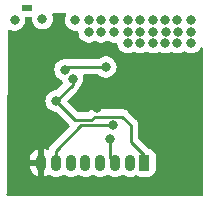
<source format=gbr>
%TF.GenerationSoftware,KiCad,Pcbnew,7.0.2*%
%TF.CreationDate,2024-08-09T14:52:10-04:00*%
%TF.ProjectId,NewPCB,4e657750-4342-42e6-9b69-6361645f7063,rev?*%
%TF.SameCoordinates,Original*%
%TF.FileFunction,Copper,L2,Bot*%
%TF.FilePolarity,Positive*%
%FSLAX46Y46*%
G04 Gerber Fmt 4.6, Leading zero omitted, Abs format (unit mm)*
G04 Created by KiCad (PCBNEW 7.0.2) date 2024-08-09 14:52:10*
%MOMM*%
%LPD*%
G01*
G04 APERTURE LIST*
G04 Aperture macros list*
%AMRoundRect*
0 Rectangle with rounded corners*
0 $1 Rounding radius*
0 $2 $3 $4 $5 $6 $7 $8 $9 X,Y pos of 4 corners*
0 Add a 4 corners polygon primitive as box body*
4,1,4,$2,$3,$4,$5,$6,$7,$8,$9,$2,$3,0*
0 Add four circle primitives for the rounded corners*
1,1,$1+$1,$2,$3*
1,1,$1+$1,$4,$5*
1,1,$1+$1,$6,$7*
1,1,$1+$1,$8,$9*
0 Add four rect primitives between the rounded corners*
20,1,$1+$1,$2,$3,$4,$5,0*
20,1,$1+$1,$4,$5,$6,$7,0*
20,1,$1+$1,$6,$7,$8,$9,0*
20,1,$1+$1,$8,$9,$2,$3,0*%
G04 Aperture macros list end*
%TA.AperFunction,ComponentPad*%
%ADD10O,0.900000X1.400000*%
%TD*%
%TA.AperFunction,ComponentPad*%
%ADD11RoundRect,0.225000X0.225000X0.475000X-0.225000X0.475000X-0.225000X-0.475000X0.225000X-0.475000X0*%
%TD*%
%TA.AperFunction,ComponentPad*%
%ADD12R,0.900000X0.500000*%
%TD*%
%TA.AperFunction,ViaPad*%
%ADD13C,0.800000*%
%TD*%
%TA.AperFunction,Conductor*%
%ADD14C,0.254000*%
%TD*%
G04 APERTURE END LIST*
D10*
%TO.P,J1,8,Pin_8*%
%TO.N,GND*%
X125362000Y-93726000D03*
%TO.P,J1,7,Pin_7*%
%TO.N,Net-(J1-Pin_7)*%
X126612000Y-93726000D03*
%TO.P,J1,6,Pin_6*%
%TO.N,Net-(J1-Pin_6)*%
X127862000Y-93726000D03*
%TO.P,J1,5,Pin_5*%
%TO.N,Net-(J1-Pin_5)*%
X129112000Y-93726000D03*
%TO.P,J1,4,Pin_4*%
%TO.N,Net-(J1-Pin_4)*%
X130362000Y-93726000D03*
%TO.P,J1,3,Pin_3*%
%TO.N,Net-(J1-Pin_3)*%
X131612000Y-93726000D03*
%TO.P,J1,2,Pin_2*%
%TO.N,Net-(J1-Pin_2)*%
X132862000Y-93726000D03*
D11*
%TO.P,J1,1,Pin_1*%
%TO.N,VDD*%
X134112000Y-93726000D03*
%TD*%
D12*
%TO.P,AE1,2*%
%TO.N,N/C*%
X124160000Y-80603000D03*
%TD*%
D13*
%TO.N,*%
X128270000Y-81661000D03*
%TO.N,GND*%
X128976353Y-89038859D03*
X130054300Y-89078058D03*
X130054300Y-87902115D03*
X128937155Y-87921714D03*
%TO.N,*%
X123116238Y-81650019D03*
X125476000Y-81534000D03*
X131572000Y-82677000D03*
X130429000Y-82677000D03*
X129413000Y-82677000D03*
X134874000Y-83566000D03*
X133731000Y-83566000D03*
X132715000Y-83566000D03*
X134857829Y-82654018D03*
X133714829Y-82654018D03*
X132698829Y-82654018D03*
X131572000Y-81661000D03*
X130429000Y-81661000D03*
X129413000Y-81661000D03*
X134874000Y-81661000D03*
X133731000Y-81661000D03*
X132715000Y-81661000D03*
X138049000Y-83566000D03*
X136906000Y-83566000D03*
X135890000Y-83566000D03*
X138065170Y-82636736D03*
X136922170Y-82636736D03*
X135906170Y-82636736D03*
X135890000Y-81661000D03*
X136906000Y-81661000D03*
X138049000Y-81661000D03*
%TO.N,VDD*%
X126619000Y-88509000D03*
X128020866Y-86619839D03*
%TO.N,Net-(J1-Pin_7)*%
X131445000Y-90551000D03*
%TO.N,Net-(J1-Pin_3)*%
X131612000Y-93726000D03*
X131191000Y-91694000D03*
%TO.N,Net-(U1-VDD_PA)*%
X127381000Y-85852000D03*
X130839321Y-85613496D03*
%TD*%
D14*
%TO.N,VDD*%
X134112000Y-93091000D02*
X134112000Y-93726000D01*
X132969000Y-91948000D02*
X134112000Y-93091000D01*
X132969000Y-90551000D02*
X132969000Y-91948000D01*
X132242000Y-89824000D02*
X132969000Y-90551000D01*
X129886000Y-89824000D02*
X132242000Y-89824000D01*
X129613000Y-90097000D02*
X129886000Y-89824000D01*
X128207000Y-90097000D02*
X129613000Y-90097000D01*
X126619000Y-88509000D02*
X128207000Y-90097000D01*
X128020866Y-86619839D02*
X128020866Y-87117134D01*
X128020866Y-87117134D02*
X126629000Y-88509000D01*
X126629000Y-88509000D02*
X126619000Y-88509000D01*
%TO.N,Net-(J1-Pin_7)*%
X126612000Y-92717000D02*
X126612000Y-93726000D01*
X131445000Y-90551000D02*
X128778000Y-90551000D01*
X128778000Y-90551000D02*
X126612000Y-92717000D01*
%TO.N,Net-(J1-Pin_3)*%
X131191000Y-93305000D02*
X131612000Y-93726000D01*
X131191000Y-91694000D02*
X131191000Y-93305000D01*
%TO.N,Net-(U1-VDD_PA)*%
X127619504Y-85613496D02*
X127381000Y-85852000D01*
X130839321Y-85613496D02*
X127619504Y-85613496D01*
%TD*%
%TA.AperFunction,Conductor*%
%TO.N,GND*%
G36*
X127449074Y-81045685D02*
G01*
X127494829Y-81098489D01*
X127504773Y-81167647D01*
X127489422Y-81212000D01*
X127442820Y-81292715D01*
X127384326Y-81472742D01*
X127364540Y-81660999D01*
X127384326Y-81849257D01*
X127442820Y-82029284D01*
X127537466Y-82193216D01*
X127664129Y-82333889D01*
X127817269Y-82445151D01*
X127990197Y-82522144D01*
X128175352Y-82561500D01*
X128377679Y-82561500D01*
X128377679Y-82564462D01*
X128427487Y-82568257D01*
X128483227Y-82610386D01*
X128506938Y-82671275D01*
X128527326Y-82865257D01*
X128585820Y-83045284D01*
X128680466Y-83209216D01*
X128807129Y-83349889D01*
X128960269Y-83461151D01*
X129133197Y-83538144D01*
X129318352Y-83577500D01*
X129318354Y-83577500D01*
X129507648Y-83577500D01*
X129652573Y-83546695D01*
X129692803Y-83538144D01*
X129865730Y-83461151D01*
X129865730Y-83461150D01*
X129870563Y-83458999D01*
X129939813Y-83449714D01*
X129971435Y-83458999D01*
X130149197Y-83538144D01*
X130334352Y-83577500D01*
X130334354Y-83577500D01*
X130523648Y-83577500D01*
X130668573Y-83546695D01*
X130708803Y-83538144D01*
X130881730Y-83461151D01*
X130927617Y-83427811D01*
X130993420Y-83404333D01*
X131061474Y-83420158D01*
X131073372Y-83427804D01*
X131119270Y-83461151D01*
X131119271Y-83461151D01*
X131119272Y-83461152D01*
X131292197Y-83538144D01*
X131477352Y-83577500D01*
X131477354Y-83577500D01*
X131666643Y-83577500D01*
X131666646Y-83577500D01*
X131672892Y-83576172D01*
X131742557Y-83581487D01*
X131798292Y-83623622D01*
X131821995Y-83684500D01*
X131829326Y-83754257D01*
X131887820Y-83934284D01*
X131982466Y-84098216D01*
X132109129Y-84238889D01*
X132262269Y-84350151D01*
X132435197Y-84427144D01*
X132620352Y-84466500D01*
X132620354Y-84466500D01*
X132809648Y-84466500D01*
X132933083Y-84440262D01*
X132994803Y-84427144D01*
X133167728Y-84350152D01*
X133172564Y-84347999D01*
X133241814Y-84338714D01*
X133273436Y-84347999D01*
X133451197Y-84427144D01*
X133636352Y-84466500D01*
X133636354Y-84466500D01*
X133825648Y-84466500D01*
X133949083Y-84440262D01*
X134010803Y-84427144D01*
X134183730Y-84350151D01*
X134229617Y-84316811D01*
X134295420Y-84293333D01*
X134363474Y-84309158D01*
X134375372Y-84316804D01*
X134421270Y-84350151D01*
X134421271Y-84350151D01*
X134421272Y-84350152D01*
X134594197Y-84427144D01*
X134779352Y-84466500D01*
X134779354Y-84466500D01*
X134968648Y-84466500D01*
X135153800Y-84427145D01*
X135153801Y-84427144D01*
X135153803Y-84427144D01*
X135326730Y-84350151D01*
X135326735Y-84350146D01*
X135331562Y-84347998D01*
X135400812Y-84338712D01*
X135432435Y-84347998D01*
X135437268Y-84350150D01*
X135437270Y-84350151D01*
X135610196Y-84427144D01*
X135610197Y-84427144D01*
X135795352Y-84466500D01*
X135795354Y-84466500D01*
X135984648Y-84466500D01*
X136108084Y-84440262D01*
X136169803Y-84427144D01*
X136342728Y-84350152D01*
X136347564Y-84347999D01*
X136416814Y-84338714D01*
X136448436Y-84347999D01*
X136626197Y-84427144D01*
X136811352Y-84466500D01*
X136811354Y-84466500D01*
X137000648Y-84466500D01*
X137124084Y-84440262D01*
X137185803Y-84427144D01*
X137358730Y-84350151D01*
X137404617Y-84316811D01*
X137470420Y-84293333D01*
X137538474Y-84309158D01*
X137550372Y-84316804D01*
X137596270Y-84350151D01*
X137596271Y-84350151D01*
X137596272Y-84350152D01*
X137769197Y-84427144D01*
X137954352Y-84466500D01*
X137954354Y-84466500D01*
X138143648Y-84466500D01*
X138267084Y-84440262D01*
X138328803Y-84427144D01*
X138501730Y-84350151D01*
X138517472Y-84338714D01*
X138654870Y-84238889D01*
X138781533Y-84098216D01*
X138833113Y-84008877D01*
X138883680Y-83960662D01*
X138952287Y-83947438D01*
X139017151Y-83973406D01*
X139057680Y-84030320D01*
X139064500Y-84070877D01*
X139064500Y-96395500D01*
X139044815Y-96462539D01*
X138992011Y-96508294D01*
X138940500Y-96519500D01*
X122553230Y-96519500D01*
X122486191Y-96499815D01*
X122440436Y-96447011D01*
X122429232Y-96394775D01*
X122429745Y-96307090D01*
X122441064Y-94926178D01*
X122448853Y-93976000D01*
X124412000Y-93976000D01*
X124412000Y-94021033D01*
X124412317Y-94027298D01*
X124426648Y-94168222D01*
X124484488Y-94352569D01*
X124578253Y-94521503D01*
X124704105Y-94668104D01*
X124856892Y-94786370D01*
X125030358Y-94871458D01*
X125111999Y-94892595D01*
X125112000Y-93976000D01*
X124412000Y-93976000D01*
X122448853Y-93976000D01*
X122451133Y-93697840D01*
X125058105Y-93697840D01*
X125068454Y-93809521D01*
X125118448Y-93909922D01*
X125201334Y-93985484D01*
X125305920Y-94026000D01*
X125389802Y-94026000D01*
X125472250Y-94010588D01*
X125567610Y-93951543D01*
X125612000Y-93892761D01*
X125612000Y-94896470D01*
X125782527Y-94833315D01*
X125922107Y-94746314D01*
X125989412Y-94727558D01*
X126056173Y-94748167D01*
X126063577Y-94753473D01*
X126106627Y-94786796D01*
X126280184Y-94871930D01*
X126467326Y-94920385D01*
X126660390Y-94930176D01*
X126660390Y-94930175D01*
X126660391Y-94930176D01*
X126851474Y-94900903D01*
X126873906Y-94892595D01*
X127032753Y-94833764D01*
X127172531Y-94746640D01*
X127239834Y-94727885D01*
X127306595Y-94748494D01*
X127314017Y-94753813D01*
X127356627Y-94786796D01*
X127530184Y-94871930D01*
X127717326Y-94920385D01*
X127910390Y-94930176D01*
X127910390Y-94930175D01*
X127910391Y-94930176D01*
X128101474Y-94900903D01*
X128123906Y-94892595D01*
X128282753Y-94833764D01*
X128422531Y-94746640D01*
X128489834Y-94727885D01*
X128556595Y-94748494D01*
X128564017Y-94753813D01*
X128606627Y-94786796D01*
X128780184Y-94871930D01*
X128967326Y-94920385D01*
X129160390Y-94930176D01*
X129160390Y-94930175D01*
X129160391Y-94930176D01*
X129351474Y-94900903D01*
X129373906Y-94892595D01*
X129532753Y-94833764D01*
X129672531Y-94746640D01*
X129739834Y-94727885D01*
X129806595Y-94748494D01*
X129814017Y-94753813D01*
X129856627Y-94786796D01*
X130030184Y-94871930D01*
X130217326Y-94920385D01*
X130410390Y-94930176D01*
X130410390Y-94930175D01*
X130410391Y-94930176D01*
X130601474Y-94900903D01*
X130623906Y-94892595D01*
X130782753Y-94833764D01*
X130922531Y-94746640D01*
X130989834Y-94727885D01*
X131056595Y-94748494D01*
X131064017Y-94753813D01*
X131106627Y-94786796D01*
X131280184Y-94871930D01*
X131467326Y-94920385D01*
X131660390Y-94930176D01*
X131660390Y-94930175D01*
X131660391Y-94930176D01*
X131851474Y-94900903D01*
X131873906Y-94892595D01*
X132032753Y-94833764D01*
X132172531Y-94746640D01*
X132239834Y-94727885D01*
X132306595Y-94748494D01*
X132314017Y-94753813D01*
X132356627Y-94786796D01*
X132530184Y-94871930D01*
X132717326Y-94920385D01*
X132910390Y-94930176D01*
X132910390Y-94930175D01*
X132910391Y-94930176D01*
X133101474Y-94900903D01*
X133282751Y-94833765D01*
X133283473Y-94833315D01*
X133340927Y-94797503D01*
X133408230Y-94778747D01*
X133471615Y-94797197D01*
X133578300Y-94863002D01*
X133739292Y-94916349D01*
X133835522Y-94926180D01*
X133835523Y-94926180D01*
X133838655Y-94926500D01*
X134385344Y-94926499D01*
X134484708Y-94916349D01*
X134645697Y-94863003D01*
X134693101Y-94833764D01*
X134790044Y-94773968D01*
X134909968Y-94654044D01*
X134999002Y-94509699D01*
X135051004Y-94352768D01*
X135052349Y-94348708D01*
X135062500Y-94249345D01*
X135062499Y-93202656D01*
X135052349Y-93103292D01*
X134999003Y-92942303D01*
X134999002Y-92942302D01*
X134999002Y-92942300D01*
X134909968Y-92797955D01*
X134790044Y-92678031D01*
X134645698Y-92588997D01*
X134484706Y-92535650D01*
X134483323Y-92535509D01*
X134479192Y-92533823D01*
X134471819Y-92531380D01*
X134471984Y-92530881D01*
X134418633Y-92509109D01*
X134408252Y-92499833D01*
X133632819Y-91724400D01*
X133599334Y-91663077D01*
X133596500Y-91636719D01*
X133596500Y-90633965D01*
X133598770Y-90613403D01*
X133598679Y-90610525D01*
X133598680Y-90610523D01*
X133596559Y-90543093D01*
X133596499Y-90539195D01*
X133596500Y-90511524D01*
X133596010Y-90507645D01*
X133595994Y-90507516D01*
X133595076Y-90495860D01*
X133594642Y-90482043D01*
X133593700Y-90452057D01*
X133588082Y-90432723D01*
X133584139Y-90413682D01*
X133581616Y-90393707D01*
X133565480Y-90352953D01*
X133561697Y-90341904D01*
X133549468Y-90299809D01*
X133539222Y-90282485D01*
X133530661Y-90265009D01*
X133523253Y-90246297D01*
X133497489Y-90210837D01*
X133491074Y-90201070D01*
X133468763Y-90163344D01*
X133454530Y-90149111D01*
X133441893Y-90134316D01*
X133430063Y-90118033D01*
X133430060Y-90118031D01*
X133430060Y-90118030D01*
X133396287Y-90090090D01*
X133387647Y-90082228D01*
X132744375Y-89438956D01*
X132731439Y-89422809D01*
X132680152Y-89374647D01*
X132677355Y-89371936D01*
X132660558Y-89355139D01*
X132657796Y-89352377D01*
X132654714Y-89349987D01*
X132654710Y-89349983D01*
X132654604Y-89349901D01*
X132645716Y-89342310D01*
X132641630Y-89338473D01*
X132613767Y-89312307D01*
X132611465Y-89311041D01*
X132596120Y-89302605D01*
X132579858Y-89291922D01*
X132563963Y-89279592D01*
X132523736Y-89262184D01*
X132513248Y-89257046D01*
X132474831Y-89235926D01*
X132455337Y-89230921D01*
X132436933Y-89224620D01*
X132418458Y-89216625D01*
X132375171Y-89209769D01*
X132363736Y-89207401D01*
X132321274Y-89196500D01*
X132321272Y-89196500D01*
X132301142Y-89196500D01*
X132281743Y-89194973D01*
X132261868Y-89191825D01*
X132261867Y-89191825D01*
X132241261Y-89193772D01*
X132218230Y-89195950D01*
X132206561Y-89196500D01*
X129968966Y-89196500D01*
X129948403Y-89194229D01*
X129878095Y-89196439D01*
X129874200Y-89196500D01*
X129846524Y-89196500D01*
X129842652Y-89196988D01*
X129842635Y-89196990D01*
X129842493Y-89197008D01*
X129830874Y-89197922D01*
X129787057Y-89199299D01*
X129767724Y-89204916D01*
X129748678Y-89208860D01*
X129728705Y-89211383D01*
X129687953Y-89227518D01*
X129676905Y-89231301D01*
X129634807Y-89243532D01*
X129617480Y-89253779D01*
X129600012Y-89262336D01*
X129581295Y-89269746D01*
X129545825Y-89295516D01*
X129536067Y-89301927D01*
X129498344Y-89324237D01*
X129498342Y-89324238D01*
X129498343Y-89324238D01*
X129484107Y-89338473D01*
X129469319Y-89351103D01*
X129453030Y-89362938D01*
X129425094Y-89396706D01*
X129417236Y-89405343D01*
X129389400Y-89433180D01*
X129328077Y-89466666D01*
X129301717Y-89469500D01*
X128518281Y-89469500D01*
X128451242Y-89449815D01*
X128430600Y-89433181D01*
X127599099Y-88601680D01*
X127565614Y-88540357D01*
X127570598Y-88470665D01*
X127599097Y-88426320D01*
X128405910Y-87619507D01*
X128422056Y-87606573D01*
X128424025Y-87604475D01*
X128424028Y-87604474D01*
X128470250Y-87555251D01*
X128472867Y-87552550D01*
X128492489Y-87532930D01*
X128494952Y-87529753D01*
X128502550Y-87520854D01*
X128532559Y-87488901D01*
X128542258Y-87471256D01*
X128552937Y-87454998D01*
X128565274Y-87439096D01*
X128582681Y-87398868D01*
X128587817Y-87388385D01*
X128591055Y-87382494D01*
X128608938Y-87349968D01*
X128613943Y-87330474D01*
X128620247Y-87312060D01*
X128622290Y-87307339D01*
X128643938Y-87273623D01*
X128753399Y-87152055D01*
X128848045Y-86988123D01*
X128854661Y-86967760D01*
X128906540Y-86808095D01*
X128926326Y-86619839D01*
X128906540Y-86431583D01*
X128897353Y-86403311D01*
X128895358Y-86333474D01*
X128931438Y-86273641D01*
X128994139Y-86242812D01*
X129015285Y-86240996D01*
X130137374Y-86240996D01*
X130204413Y-86260681D01*
X130229524Y-86282024D01*
X130233450Y-86286385D01*
X130386590Y-86397647D01*
X130559518Y-86474640D01*
X130744673Y-86513996D01*
X130744675Y-86513996D01*
X130933969Y-86513996D01*
X131057405Y-86487758D01*
X131119124Y-86474640D01*
X131292051Y-86397647D01*
X131445192Y-86286384D01*
X131571854Y-86145712D01*
X131666500Y-85981780D01*
X131724995Y-85801752D01*
X131744781Y-85613496D01*
X131724995Y-85425240D01*
X131666500Y-85245212D01*
X131666500Y-85245211D01*
X131571854Y-85081279D01*
X131445191Y-84940606D01*
X131292051Y-84829344D01*
X131119123Y-84752351D01*
X130933969Y-84712996D01*
X130933967Y-84712996D01*
X130744675Y-84712996D01*
X130744673Y-84712996D01*
X130559518Y-84752351D01*
X130386590Y-84829344D01*
X130233450Y-84940606D01*
X130229524Y-84944968D01*
X130170038Y-84981617D01*
X130137374Y-84985996D01*
X127702471Y-84985996D01*
X127681900Y-84983725D01*
X127649287Y-84984749D01*
X127619616Y-84982100D01*
X127475649Y-84951500D01*
X127475646Y-84951500D01*
X127286354Y-84951500D01*
X127286352Y-84951500D01*
X127101197Y-84990855D01*
X126928269Y-85067848D01*
X126775129Y-85179110D01*
X126648466Y-85319783D01*
X126553820Y-85483715D01*
X126495326Y-85663742D01*
X126475540Y-85852000D01*
X126495326Y-86040257D01*
X126553820Y-86220284D01*
X126648466Y-86384216D01*
X126775129Y-86524889D01*
X126928265Y-86636149D01*
X126971267Y-86655294D01*
X127060991Y-86695242D01*
X127114227Y-86740493D01*
X127133874Y-86795556D01*
X127134991Y-86806190D01*
X127135192Y-86808096D01*
X127187070Y-86967760D01*
X127189065Y-87037602D01*
X127156820Y-87093759D01*
X126678400Y-87572181D01*
X126617077Y-87605666D01*
X126590719Y-87608500D01*
X126524352Y-87608500D01*
X126339197Y-87647855D01*
X126166269Y-87724848D01*
X126013129Y-87836110D01*
X125886466Y-87976783D01*
X125791820Y-88140715D01*
X125733326Y-88320742D01*
X125713540Y-88509000D01*
X125733326Y-88697257D01*
X125791820Y-88877284D01*
X125886466Y-89041216D01*
X126013129Y-89181889D01*
X126166269Y-89293151D01*
X126339197Y-89370144D01*
X126524352Y-89409500D01*
X126524354Y-89409500D01*
X126580719Y-89409500D01*
X126647758Y-89429185D01*
X126668400Y-89445819D01*
X127704624Y-90482043D01*
X127717562Y-90498191D01*
X127719658Y-90500160D01*
X127719660Y-90500162D01*
X127735917Y-90515428D01*
X127740746Y-90519963D01*
X127776140Y-90580204D01*
X127773348Y-90650017D01*
X127743543Y-90698036D01*
X126226954Y-92214625D01*
X126210806Y-92227563D01*
X126162646Y-92278847D01*
X126159941Y-92281639D01*
X126140377Y-92301204D01*
X126138003Y-92304264D01*
X126137984Y-92304286D01*
X126137879Y-92304423D01*
X126130317Y-92313274D01*
X126100306Y-92345233D01*
X126090606Y-92362877D01*
X126079928Y-92379133D01*
X126067592Y-92395036D01*
X126050185Y-92435262D01*
X126045047Y-92445750D01*
X126023927Y-92484166D01*
X126018919Y-92503670D01*
X126012619Y-92522069D01*
X126004625Y-92540541D01*
X126002604Y-92553305D01*
X125972673Y-92616439D01*
X125913361Y-92653369D01*
X125843498Y-92652369D01*
X125825522Y-92645232D01*
X125693640Y-92580541D01*
X125612000Y-92559403D01*
X125612000Y-93555027D01*
X125605552Y-93542078D01*
X125522666Y-93466516D01*
X125418080Y-93426000D01*
X125334198Y-93426000D01*
X125251750Y-93441412D01*
X125156390Y-93500457D01*
X125088799Y-93589962D01*
X125058105Y-93697840D01*
X122451133Y-93697840D01*
X122452951Y-93475999D01*
X124411999Y-93475999D01*
X124412000Y-93476000D01*
X125112000Y-93476000D01*
X125112000Y-92555528D01*
X125111999Y-92555528D01*
X124941469Y-92618685D01*
X124777498Y-92720890D01*
X124637464Y-92854003D01*
X124527087Y-93012585D01*
X124450893Y-93190137D01*
X124412000Y-93379395D01*
X124411999Y-93475999D01*
X122452951Y-93475999D01*
X122542343Y-82570145D01*
X122562576Y-82503273D01*
X122615753Y-82457952D01*
X122684990Y-82448576D01*
X122716774Y-82457886D01*
X122836435Y-82511163D01*
X123021590Y-82550519D01*
X123021592Y-82550519D01*
X123210886Y-82550519D01*
X123344379Y-82522144D01*
X123396041Y-82511163D01*
X123568968Y-82434170D01*
X123720957Y-82323744D01*
X123722108Y-82322908D01*
X123848771Y-82182235D01*
X123943417Y-82018303D01*
X123981114Y-81902284D01*
X124001912Y-81838275D01*
X124021698Y-81650019D01*
X124004928Y-81490459D01*
X124017498Y-81421730D01*
X124065230Y-81370707D01*
X124128249Y-81353499D01*
X124451795Y-81353499D01*
X124518834Y-81373184D01*
X124564589Y-81425988D01*
X124575116Y-81490459D01*
X124570540Y-81533998D01*
X124590326Y-81722257D01*
X124648820Y-81902284D01*
X124743466Y-82066216D01*
X124870129Y-82206889D01*
X125023269Y-82318151D01*
X125196197Y-82395144D01*
X125381352Y-82434500D01*
X125381354Y-82434500D01*
X125570648Y-82434500D01*
X125694084Y-82408262D01*
X125755803Y-82395144D01*
X125928730Y-82318151D01*
X126081871Y-82206888D01*
X126208533Y-82066216D01*
X126303179Y-81902284D01*
X126361674Y-81722256D01*
X126381460Y-81534000D01*
X126361674Y-81345744D01*
X126310523Y-81188318D01*
X126308528Y-81118477D01*
X126344608Y-81058644D01*
X126407309Y-81027816D01*
X126428454Y-81026000D01*
X127382035Y-81026000D01*
X127449074Y-81045685D01*
G37*
%TD.AperFunction*%
%TD*%
M02*

</source>
